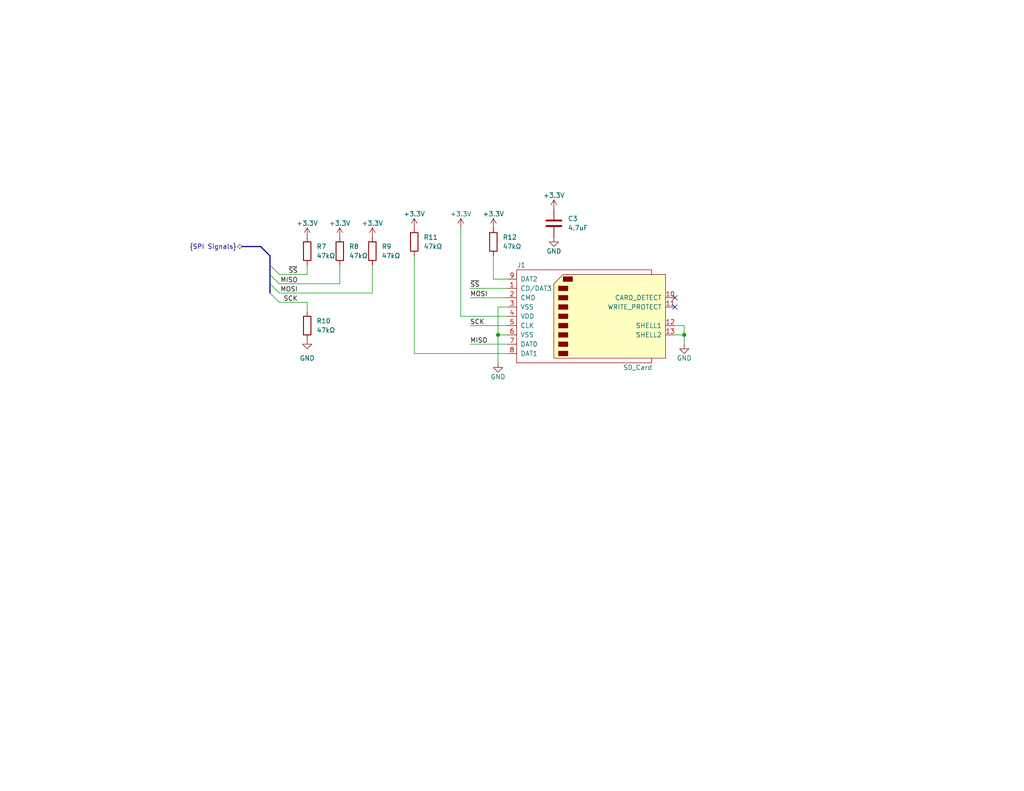
<source format=kicad_sch>
(kicad_sch (version 20230121) (generator eeschema)
  (paper "USLetter")
  (title_block (title "Sentinel 65X") (rev "0") (company "Stuidio 8502"))
  (lib_symbols
    (symbol "Connector:SD_Card" (pin_names (offset 1.016))
      (property "Reference" "J" (at -16.51 13.97 0))
      (property "Value" "SD_Card" (at 15.24 -13.97 0))
      (symbol "SD_Card_0_1"
        (rectangle (start -8.89 -9.525) (end -6.35 -10.795) (fill (type outline)))
        (rectangle (start -8.89 -6.985) (end -6.35 -8.255) (fill (type outline)))
        (rectangle (start -8.89 -4.445) (end -6.35 -5.715) (fill (type outline)))
        (rectangle (start -8.89 -1.905) (end -6.35 -3.175) (fill (type outline)))
        (rectangle (start -8.89 0.635) (end -6.35 -0.635) (fill (type outline)))
        (rectangle (start -8.89 3.175) (end -6.35 1.905) (fill (type outline)))
        (rectangle (start -8.89 5.715) (end -6.35 4.445) (fill (type outline)))
        (rectangle (start -8.89 8.255) (end -6.35 6.985) (fill (type outline)))
        (rectangle (start -7.62 10.795) (end -5.08 9.525) (fill (type outline)))
        (polyline (pts (xy -10.16 8.89) (xy -7.62 11.43) (xy 20.32 11.43) (xy 20.32 -11.43) (xy -10.16 -11.43) (xy -10.16 8.89)) (fill (type background)))
        (polyline (pts (xy 16.51 11.43) (xy 16.51 12.7) (xy -20.32 12.7) (xy -20.32 -12.7) (xy 16.51 -12.7) (xy 16.51 -11.43)))
      )
      (symbol "SD_Card_1_1"
        (pin input line (at -22.86 7.62 0) (length 2.54) (name "CD/DAT3") (number "1"))
        (pin input line (at 22.86 5.08 180) (length 2.54) (name "CARD_DETECT") (number "10"))
        (pin input line (at 22.86 2.54 180) (length 2.54) (name "WRITE_PROTECT") (number "11"))
        (pin input line (at 22.86 -2.54 180) (length 2.54) (name "SHELL1") (number "12"))
        (pin input line (at 22.86 -5.08 180) (length 2.54) (name "SHELL2") (number "13"))
        (pin input line (at -22.86 5.08 0) (length 2.54) (name "CMD") (number "2"))
        (pin power_in line (at -22.86 2.54 0) (length 2.54) (name "VSS") (number "3"))
        (pin power_in line (at -22.86 0 0) (length 2.54) (name "VDD") (number "4"))
        (pin input line (at -22.86 -2.54 0) (length 2.54) (name "CLK") (number "5"))
        (pin power_in line (at -22.86 -5.08 0) (length 2.54) (name "VSS") (number "6"))
        (pin input line (at -22.86 -7.62 0) (length 2.54) (name "DAT0") (number "7"))
        (pin input line (at -22.86 -10.16 0) (length 2.54) (name "DAT1") (number "8"))
        (pin input line (at -22.86 10.16 0) (length 2.54) (name "DAT2") (number "9"))
      )
    )
    (symbol "Device:C" (pin_numbers hide) (pin_names (offset 0.254))
      (property "Reference" "C" (at 0.635 2.54 0))
      (property "Value" "C" (at 0.635 -2.54 0))
      (symbol "C_0_1"
        (polyline (pts (xy -2.032 -0.762) (xy 2.032 -0.762)) (stroke (width 0.508)))
        (polyline (pts (xy -2.032 0.762) (xy 2.032 0.762)) (stroke (width 0.508)))
      )
      (symbol "C_1_1"
        (pin passive line (at 0 3.81 270) (length 2.794) (name "~") (number "1"))
        (pin passive line (at 0 -3.81 90) (length 2.794) (name "~") (number "2"))
      )
    )
    (symbol "Device:R" (pin_numbers hide) (pin_names (offset 0))
      (property "Reference" "R" (at 2.032 0 90))
      (property "Value" "R" (at 0 0 90))
      (symbol "R_0_1"
        (rectangle (start -1.016 -2.54) (end 1.016 2.54) (stroke (width 0.254)))
      )
      (symbol "R_1_1"
        (pin passive line (at 0 3.81 270) (length 1.27) (name "~") (number "1"))
        (pin passive line (at 0 -3.81 90) (length 1.27) (name "~") (number "2"))
      )
    )
    (symbol "power:+3.3V" (power) (pin_names (offset 0))
      (property "Value" "+3.3V" (at 0 3.556 0))
      (symbol "+3.3V_0_1"
        (polyline (pts (xy -0.762 1.27) (xy 0 2.54)))
        (polyline (pts (xy 0 0) (xy 0 2.54)))
        (polyline (pts (xy 0 2.54) (xy 0.762 1.27)))
      )
      (symbol "+3.3V_1_1"
        (pin power_in line (at 0 0 90) (length 0) hide (name "+3.3V") (number "1"))
      )
    )
    (symbol "power:GND" (power) (pin_names (offset 0))
      (property "Value" "GND" (at 0 -3.81 0))
      (symbol "GND_0_1"
        (polyline (pts (xy 0 0) (xy 0 -1.27) (xy 1.27 -1.27) (xy 0 -2.54) (xy -1.27 -1.27) (xy 0 -1.27)))
      )
      (symbol "GND_1_1"
        (pin power_in line (at 0 0 270) (length 0) hide (name "GND") (number "1"))
      )
    )
  )
  (junction (at 135.89 91.44))
  (junction (at 186.69 91.44))
  (no_connect (at 184.15 83.82))
  (no_connect (at 184.15 81.28))
  (bus_entry (at 73.66 80.01) (size 2.54 2.54))
  (bus_entry (at 73.66 77.47) (size 2.54 2.54))
  (bus_entry (at 73.66 74.93) (size 2.54 2.54))
  (bus_entry (at 73.66 72.39) (size 2.54 2.54))
  (wire (pts (xy 92.71 72.39) (xy 92.71 77.47)))
  (bus (pts (xy 66.04 67.31) (xy 71.12 67.31)))
  (wire (pts (xy 113.03 96.52) (xy 138.43 96.52)))
  (wire (pts (xy 113.03 69.85) (xy 113.03 96.52)))
  (wire (pts (xy 128.27 78.74) (xy 138.43 78.74)))
  (wire (pts (xy 76.2 80.01) (xy 101.6 80.01)))
  (wire (pts (xy 134.62 69.85) (xy 134.62 76.2)))
  (wire (pts (xy 101.6 72.39) (xy 101.6 80.01)))
  (wire (pts (xy 83.82 82.55) (xy 83.82 85.09)))
  (bus (pts (xy 73.66 77.47) (xy 73.66 80.01)))
  (wire (pts (xy 135.89 83.82) (xy 135.89 91.44)))
  (wire (pts (xy 76.2 82.55) (xy 83.82 82.55)))
  (bus (pts (xy 73.66 74.93) (xy 73.66 77.47)))
  (wire (pts (xy 134.62 76.2) (xy 138.43 76.2)))
  (wire (pts (xy 186.69 91.44) (xy 186.69 93.98)))
  (wire (pts (xy 135.89 91.44) (xy 138.43 91.44)))
  (wire (pts (xy 125.73 62.23) (xy 125.73 86.36)))
  (wire (pts (xy 186.69 88.9) (xy 186.69 91.44)))
  (wire (pts (xy 135.89 83.82) (xy 138.43 83.82)))
  (wire (pts (xy 76.2 74.93) (xy 83.82 74.93)))
  (bus (pts (xy 73.66 72.39) (xy 73.66 74.93)))
  (wire (pts (xy 128.27 93.98) (xy 138.43 93.98)))
  (bus (pts (xy 71.12 67.31) (xy 73.66 69.85)))
  (wire (pts (xy 83.82 72.39) (xy 83.82 74.93)))
  (wire (pts (xy 128.27 81.28) (xy 138.43 81.28)))
  (wire (pts (xy 184.15 91.44) (xy 186.69 91.44)))
  (wire (pts (xy 128.27 88.9) (xy 138.43 88.9)))
  (wire (pts (xy 76.2 77.47) (xy 92.71 77.47)))
  (bus (pts (xy 73.66 69.85) (xy 73.66 72.39)))
  (wire (pts (xy 135.89 91.44) (xy 135.89 99.06)))
  (wire (pts (xy 184.15 88.9) (xy 186.69 88.9)))
  (wire (pts (xy 125.73 86.36) (xy 138.43 86.36)))
  (label "SCK" (at 128.27 88.9 0))
  (label "MOSI" (at 128.27 81.28 0))
  (label "~{SS}" (at 81.28 74.93 180))
  (label "MOSI" (at 81.28 80.01 180))
  (label "~{SS}" (at 128.27 78.74 0))
  (label "SCK" (at 81.28 82.55 180))
  (label "MISO" (at 128.27 93.98 0))
  (label "MISO" (at 81.28 77.47 180))
  (hierarchical_label "{SPI Signals}" (shape bidirectional) (at 66.04 67.31 180))
  (symbol (lib_id "Device:R") (at 92.71 68.58 0) (unit 1)
    (property "Reference" "R8" (at 95.25 67.3099 0) (effects (justify left)))
    (property "Value" "47kΩ" (at 95.25 69.8499 0) (effects (justify left)))
  )
  (symbol (lib_id "Connector:SD_Card") (at 161.29 86.36 0) (unit 1)
    (property "Reference" "J1" (at 142.24 72.39 0))
    (property "Value" "SD_Card" (at 173.99 100.33 0))
    (property "Datasheet" "http://portal.fciconnect.com/Comergent//fci/drawing/10067847.pdf" (effects hide))
  )
  (symbol (lib_id "power:+3.3V") (at 101.6 64.77 0) (unit 1)
    (property "Reference" "#PWR067" (effects hide))
    (property "Value" "+3.3V" (at 101.6 60.96 0))
  )
  (symbol (lib_id "power:+3.3V") (at 113.03 62.23 0) (unit 1)
    (property "Reference" "#PWR071" (effects hide))
    (property "Value" "+3.3V" (at 113.03 58.42 0))
  )
  (symbol (lib_id "power:+3.3V") (at 92.71 64.77 0) (unit 1)
    (property "Reference" "#PWR066" (effects hide))
    (property "Value" "+3.3V" (at 92.71 60.96 0))
  )
  (symbol (lib_id "power:GND") (at 151.13 64.77 0) (unit 1)
    (property "Reference" "#PWR08" (effects hide))
    (property "Value" "GND" (at 151.13 68.58 0))
    (instances (project "Sentinel 65" (path "" (reference "#PWR08") (unit 1)) (path "" (reference "#PWR021") (unit 1)) (path "" (reference "#PWR075") (unit 1))))
  )
  (symbol (lib_id "power:+3.3V") (at 151.13 57.15 0) (unit 1)
    (property "Reference" "#PWR07" (effects hide))
    (property "Value" "+3.3V" (at 151.13 53.34 0))
    (instances (project "Sentinel 65" (path "" (reference "#PWR07") (unit 1)) (path "" (reference "#PWR020") (unit 1)) (path "" (reference "#PWR074") (unit 1))))
  )
  (symbol (lib_id "Device:R") (at 83.82 68.58 0) (unit 1)
    (property "Reference" "R7" (at 86.36 67.3099 0) (effects (justify left)))
    (property "Value" "47kΩ" (at 86.36 69.8499 0) (effects (justify left)))
  )
  (symbol (lib_id "Device:R") (at 101.6 68.58 0) (unit 1)
    (property "Reference" "R9" (at 104.14 67.3099 0) (effects (justify left)))
    (property "Value" "47kΩ" (at 104.14 69.8499 0) (effects (justify left)))
  )
  (symbol (lib_id "Device:R") (at 113.03 66.04 0) (unit 1)
    (property "Reference" "R11" (at 115.57 64.7699 0) (effects (justify left)))
    (property "Value" "47kΩ" (at 115.57 67.3099 0) (effects (justify left)))
  )
  (symbol (lib_id "power:GND") (at 186.69 93.98 0) (unit 1)
    (property "Reference" "#PWR069" (effects hide))
    (property "Value" "GND" (at 186.69 97.79 0))
  )
  (symbol (lib_id "power:+3.3V") (at 83.82 64.77 0) (unit 1)
    (property "Reference" "#PWR065" (effects hide))
    (property "Value" "+3.3V" (at 83.82 60.96 0))
  )
  (symbol (lib_id "Device:C") (at 151.13 60.96 0) (unit 1)
    (property "Reference" "C3" (at 154.94 59.6899 0) (effects (justify left)))
    (property "Value" "4.7uF" (at 154.94 62.2299 0) (effects (justify left)))
    (property "Footprint" "Capacitor_SMD:C_0402_1005Metric" (effects hide))
    (instances (project "Sentinel 65" (path "" (reference "C3") (unit 1)) (path "" (reference "C4") (unit 1)) (path "" (reference "C26") (unit 1))))
  )
  (symbol (lib_id "Device:R") (at 83.82 88.9 0) (unit 1)
    (property "Reference" "R10" (at 86.36 87.6299 0) (effects (justify left)))
    (property "Value" "47kΩ" (at 86.36 90.1699 0) (effects (justify left)))
  )
  (symbol (lib_id "power:+3.3V") (at 134.62 62.23 0) (unit 1)
    (property "Reference" "#PWR072" (effects hide))
    (property "Value" "+3.3V" (at 134.62 58.42 0))
  )
  (symbol (lib_id "power:+3.3V") (at 125.73 62.23 0) (unit 1)
    (property "Reference" "#PWR073" (effects hide))
    (property "Value" "+3.3V" (at 125.73 58.42 0))
  )
  (symbol (lib_id "Device:R") (at 134.62 66.04 0) (unit 1)
    (property "Reference" "R12" (at 137.16 64.7699 0) (effects (justify left)))
    (property "Value" "47kΩ" (at 137.16 67.3099 0) (effects (justify left)))
  )
  (symbol (lib_id "power:GND") (at 83.82 92.71 0) (unit 1)
    (property "Reference" "#PWR068" (effects hide))
    (property "Value" "GND" (at 83.82 97.79 0))
  )
  (symbol (lib_id "power:GND") (at 135.89 99.06 0) (unit 1)
    (property "Reference" "#PWR070" (effects hide))
    (property "Value" "GND" (at 135.89 102.87 0))
  )
)
</source>
